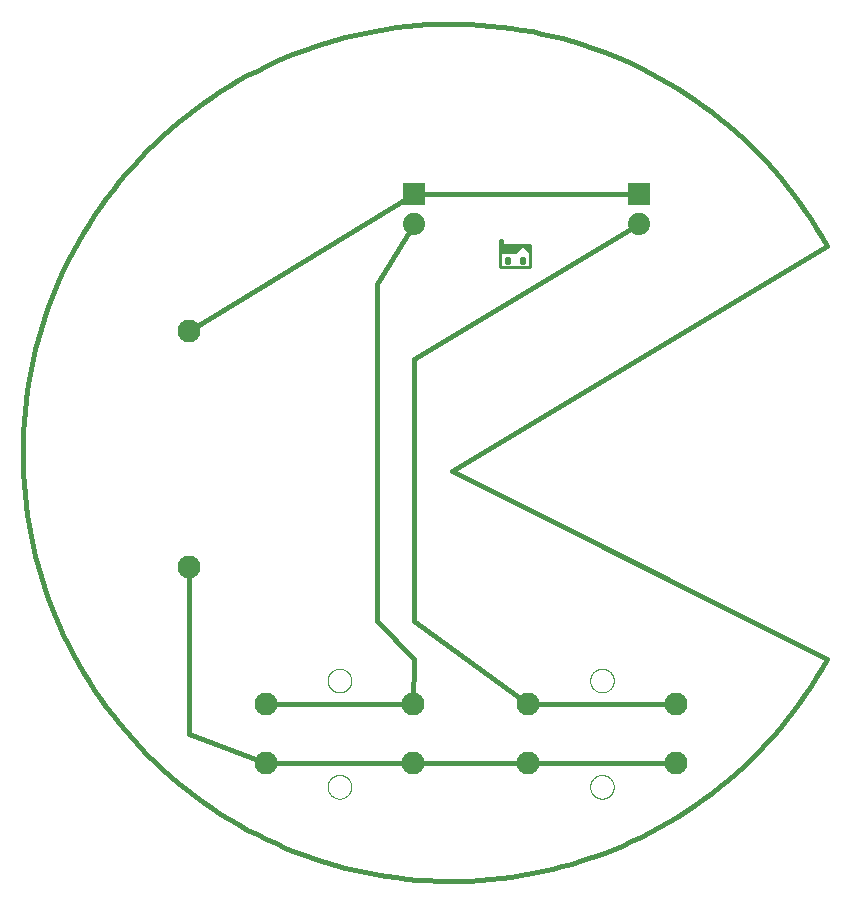
<source format=gbl>
G75*
%MOIN*%
%OFA0B0*%
%FSLAX25Y25*%
%IPPOS*%
%LPD*%
%AMOC8*
5,1,8,0,0,1.08239X$1,22.5*
%
%ADD10C,0.01600*%
%ADD11C,0.07677*%
%ADD12R,0.07400X0.07400*%
%ADD13C,0.07400*%
%ADD14C,0.00000*%
%ADD15C,0.01000*%
D10*
X0057942Y0050919D02*
X0057942Y0106333D01*
X0083336Y0060762D02*
X0132548Y0060762D01*
X0132942Y0075919D01*
X0120442Y0088419D01*
X0120442Y0200919D01*
X0132942Y0220919D01*
X0132942Y0230919D02*
X0207942Y0230919D01*
X0207942Y0220919D02*
X0132942Y0175919D01*
X0132942Y0088419D01*
X0170639Y0060860D01*
X0170836Y0060762D01*
X0220048Y0060762D01*
X0220048Y0060860D01*
X0220048Y0041077D02*
X0170836Y0041077D01*
X0132548Y0041077D01*
X0083336Y0041077D01*
X0057942Y0050919D01*
X0145442Y0138419D02*
X0270442Y0075919D01*
X0270442Y0213419D02*
X0145442Y0138419D01*
X0270442Y0075919D02*
X0268724Y0072879D01*
X0266933Y0069882D01*
X0265069Y0066929D01*
X0263133Y0064023D01*
X0261127Y0061165D01*
X0259052Y0058357D01*
X0256909Y0055601D01*
X0254699Y0052898D01*
X0252423Y0050249D01*
X0250084Y0047657D01*
X0247682Y0045123D01*
X0245219Y0042648D01*
X0242696Y0040234D01*
X0240114Y0037883D01*
X0237476Y0035596D01*
X0234783Y0033373D01*
X0232037Y0031217D01*
X0229238Y0029129D01*
X0226389Y0027110D01*
X0223492Y0025161D01*
X0220548Y0023283D01*
X0217559Y0021478D01*
X0214527Y0019747D01*
X0211454Y0018090D01*
X0208341Y0016509D01*
X0205190Y0015004D01*
X0202003Y0013577D01*
X0198783Y0012228D01*
X0195530Y0010958D01*
X0192247Y0009768D01*
X0188937Y0008659D01*
X0185600Y0007630D01*
X0182239Y0006684D01*
X0178856Y0005820D01*
X0175452Y0005039D01*
X0172031Y0004342D01*
X0168594Y0003728D01*
X0165142Y0003198D01*
X0161679Y0002753D01*
X0158206Y0002393D01*
X0154725Y0002118D01*
X0151239Y0001928D01*
X0147749Y0001823D01*
X0144257Y0001803D01*
X0140766Y0001869D01*
X0137278Y0002020D01*
X0133794Y0002256D01*
X0130317Y0002578D01*
X0126849Y0002984D01*
X0123392Y0003475D01*
X0119948Y0004050D01*
X0116519Y0004709D01*
X0113108Y0005452D01*
X0109715Y0006277D01*
X0106344Y0007186D01*
X0102995Y0008177D01*
X0099672Y0009249D01*
X0096377Y0010402D01*
X0093110Y0011635D01*
X0089874Y0012948D01*
X0086672Y0014339D01*
X0083504Y0015809D01*
X0080374Y0017355D01*
X0077282Y0018977D01*
X0074230Y0020675D01*
X0071222Y0022446D01*
X0068257Y0024291D01*
X0065338Y0026207D01*
X0062467Y0028194D01*
X0059645Y0030251D01*
X0056875Y0032376D01*
X0054157Y0034568D01*
X0051493Y0036826D01*
X0048886Y0039148D01*
X0046336Y0041533D01*
X0043845Y0043980D01*
X0041415Y0046487D01*
X0039046Y0049053D01*
X0036741Y0051675D01*
X0034501Y0054354D01*
X0032327Y0057086D01*
X0030220Y0059871D01*
X0028182Y0062706D01*
X0026214Y0065590D01*
X0024317Y0068522D01*
X0022493Y0071498D01*
X0020741Y0074519D01*
X0019064Y0077582D01*
X0017462Y0080684D01*
X0015937Y0083825D01*
X0014488Y0087002D01*
X0013118Y0090214D01*
X0011827Y0093458D01*
X0010615Y0096733D01*
X0009484Y0100036D01*
X0008434Y0103366D01*
X0007465Y0106721D01*
X0006579Y0110098D01*
X0005775Y0113496D01*
X0005055Y0116912D01*
X0004419Y0120346D01*
X0003866Y0123793D01*
X0003398Y0127254D01*
X0003015Y0130724D01*
X0002717Y0134203D01*
X0002504Y0137688D01*
X0002376Y0141178D01*
X0002333Y0144669D01*
X0002376Y0148160D01*
X0002504Y0151650D01*
X0002717Y0155135D01*
X0003015Y0158614D01*
X0003398Y0162084D01*
X0003866Y0165545D01*
X0004419Y0168992D01*
X0005055Y0172426D01*
X0005775Y0175842D01*
X0006579Y0179240D01*
X0007465Y0182617D01*
X0008434Y0185972D01*
X0009484Y0189302D01*
X0010615Y0192605D01*
X0011827Y0195880D01*
X0013118Y0199124D01*
X0014488Y0202336D01*
X0015937Y0205513D01*
X0017462Y0208654D01*
X0019064Y0211756D01*
X0020741Y0214819D01*
X0022493Y0217840D01*
X0024317Y0220816D01*
X0026214Y0223748D01*
X0028182Y0226632D01*
X0030220Y0229467D01*
X0032327Y0232252D01*
X0034501Y0234984D01*
X0036741Y0237663D01*
X0039046Y0240285D01*
X0041415Y0242851D01*
X0043845Y0245358D01*
X0046336Y0247805D01*
X0048886Y0250190D01*
X0051493Y0252512D01*
X0054157Y0254770D01*
X0056875Y0256962D01*
X0059645Y0259087D01*
X0062467Y0261144D01*
X0065338Y0263131D01*
X0068257Y0265047D01*
X0071222Y0266892D01*
X0074230Y0268663D01*
X0077282Y0270361D01*
X0080374Y0271983D01*
X0083504Y0273529D01*
X0086672Y0274999D01*
X0089874Y0276390D01*
X0093110Y0277703D01*
X0096377Y0278936D01*
X0099672Y0280089D01*
X0102995Y0281161D01*
X0106344Y0282152D01*
X0109715Y0283061D01*
X0113108Y0283886D01*
X0116519Y0284629D01*
X0119948Y0285288D01*
X0123392Y0285863D01*
X0126849Y0286354D01*
X0130317Y0286760D01*
X0133794Y0287082D01*
X0137278Y0287318D01*
X0140766Y0287469D01*
X0144257Y0287535D01*
X0147749Y0287515D01*
X0151239Y0287410D01*
X0154725Y0287220D01*
X0158206Y0286945D01*
X0161679Y0286585D01*
X0165142Y0286140D01*
X0168594Y0285610D01*
X0172031Y0284996D01*
X0175452Y0284299D01*
X0178856Y0283518D01*
X0182239Y0282654D01*
X0185600Y0281708D01*
X0188937Y0280679D01*
X0192247Y0279570D01*
X0195530Y0278380D01*
X0198783Y0277110D01*
X0202003Y0275761D01*
X0205190Y0274334D01*
X0208341Y0272829D01*
X0211454Y0271248D01*
X0214527Y0269591D01*
X0217559Y0267860D01*
X0220548Y0266055D01*
X0223492Y0264177D01*
X0226389Y0262228D01*
X0229238Y0260209D01*
X0232037Y0258121D01*
X0234783Y0255965D01*
X0237476Y0253742D01*
X0240114Y0251455D01*
X0242696Y0249104D01*
X0245219Y0246690D01*
X0247682Y0244215D01*
X0250084Y0241681D01*
X0252423Y0239089D01*
X0254699Y0236440D01*
X0256909Y0233737D01*
X0259052Y0230981D01*
X0261127Y0228173D01*
X0263133Y0225315D01*
X0265069Y0222409D01*
X0266933Y0219456D01*
X0268724Y0216459D01*
X0270442Y0213419D01*
X0132942Y0230919D02*
X0057942Y0185073D01*
D11*
X0057942Y0185073D03*
X0057942Y0106333D03*
X0083336Y0060762D03*
X0083336Y0041077D03*
X0132548Y0041077D03*
X0132548Y0060762D03*
X0170836Y0060762D03*
X0170836Y0041077D03*
X0220048Y0041077D03*
X0220048Y0060762D03*
D12*
X0207942Y0230919D03*
X0132942Y0230919D03*
D13*
X0132942Y0220919D03*
X0207942Y0220919D03*
D14*
X0191505Y0068636D02*
X0191507Y0068761D01*
X0191513Y0068886D01*
X0191523Y0069010D01*
X0191537Y0069134D01*
X0191554Y0069258D01*
X0191576Y0069381D01*
X0191602Y0069503D01*
X0191631Y0069625D01*
X0191664Y0069745D01*
X0191702Y0069864D01*
X0191742Y0069983D01*
X0191787Y0070099D01*
X0191835Y0070214D01*
X0191887Y0070328D01*
X0191943Y0070440D01*
X0192002Y0070550D01*
X0192064Y0070658D01*
X0192130Y0070765D01*
X0192199Y0070869D01*
X0192272Y0070970D01*
X0192347Y0071070D01*
X0192426Y0071167D01*
X0192508Y0071261D01*
X0192593Y0071353D01*
X0192680Y0071442D01*
X0192771Y0071528D01*
X0192864Y0071611D01*
X0192960Y0071692D01*
X0193058Y0071769D01*
X0193158Y0071843D01*
X0193261Y0071914D01*
X0193366Y0071981D01*
X0193474Y0072046D01*
X0193583Y0072106D01*
X0193694Y0072164D01*
X0193807Y0072217D01*
X0193921Y0072267D01*
X0194037Y0072314D01*
X0194154Y0072356D01*
X0194273Y0072395D01*
X0194393Y0072431D01*
X0194514Y0072462D01*
X0194636Y0072490D01*
X0194758Y0072513D01*
X0194882Y0072533D01*
X0195006Y0072549D01*
X0195130Y0072561D01*
X0195255Y0072569D01*
X0195380Y0072573D01*
X0195504Y0072573D01*
X0195629Y0072569D01*
X0195754Y0072561D01*
X0195878Y0072549D01*
X0196002Y0072533D01*
X0196126Y0072513D01*
X0196248Y0072490D01*
X0196370Y0072462D01*
X0196491Y0072431D01*
X0196611Y0072395D01*
X0196730Y0072356D01*
X0196847Y0072314D01*
X0196963Y0072267D01*
X0197077Y0072217D01*
X0197190Y0072164D01*
X0197301Y0072106D01*
X0197411Y0072046D01*
X0197518Y0071981D01*
X0197623Y0071914D01*
X0197726Y0071843D01*
X0197826Y0071769D01*
X0197924Y0071692D01*
X0198020Y0071611D01*
X0198113Y0071528D01*
X0198204Y0071442D01*
X0198291Y0071353D01*
X0198376Y0071261D01*
X0198458Y0071167D01*
X0198537Y0071070D01*
X0198612Y0070970D01*
X0198685Y0070869D01*
X0198754Y0070765D01*
X0198820Y0070658D01*
X0198882Y0070550D01*
X0198941Y0070440D01*
X0198997Y0070328D01*
X0199049Y0070214D01*
X0199097Y0070099D01*
X0199142Y0069983D01*
X0199182Y0069864D01*
X0199220Y0069745D01*
X0199253Y0069625D01*
X0199282Y0069503D01*
X0199308Y0069381D01*
X0199330Y0069258D01*
X0199347Y0069134D01*
X0199361Y0069010D01*
X0199371Y0068886D01*
X0199377Y0068761D01*
X0199379Y0068636D01*
X0199377Y0068511D01*
X0199371Y0068386D01*
X0199361Y0068262D01*
X0199347Y0068138D01*
X0199330Y0068014D01*
X0199308Y0067891D01*
X0199282Y0067769D01*
X0199253Y0067647D01*
X0199220Y0067527D01*
X0199182Y0067408D01*
X0199142Y0067289D01*
X0199097Y0067173D01*
X0199049Y0067058D01*
X0198997Y0066944D01*
X0198941Y0066832D01*
X0198882Y0066722D01*
X0198820Y0066614D01*
X0198754Y0066507D01*
X0198685Y0066403D01*
X0198612Y0066302D01*
X0198537Y0066202D01*
X0198458Y0066105D01*
X0198376Y0066011D01*
X0198291Y0065919D01*
X0198204Y0065830D01*
X0198113Y0065744D01*
X0198020Y0065661D01*
X0197924Y0065580D01*
X0197826Y0065503D01*
X0197726Y0065429D01*
X0197623Y0065358D01*
X0197518Y0065291D01*
X0197410Y0065226D01*
X0197301Y0065166D01*
X0197190Y0065108D01*
X0197077Y0065055D01*
X0196963Y0065005D01*
X0196847Y0064958D01*
X0196730Y0064916D01*
X0196611Y0064877D01*
X0196491Y0064841D01*
X0196370Y0064810D01*
X0196248Y0064782D01*
X0196126Y0064759D01*
X0196002Y0064739D01*
X0195878Y0064723D01*
X0195754Y0064711D01*
X0195629Y0064703D01*
X0195504Y0064699D01*
X0195380Y0064699D01*
X0195255Y0064703D01*
X0195130Y0064711D01*
X0195006Y0064723D01*
X0194882Y0064739D01*
X0194758Y0064759D01*
X0194636Y0064782D01*
X0194514Y0064810D01*
X0194393Y0064841D01*
X0194273Y0064877D01*
X0194154Y0064916D01*
X0194037Y0064958D01*
X0193921Y0065005D01*
X0193807Y0065055D01*
X0193694Y0065108D01*
X0193583Y0065166D01*
X0193473Y0065226D01*
X0193366Y0065291D01*
X0193261Y0065358D01*
X0193158Y0065429D01*
X0193058Y0065503D01*
X0192960Y0065580D01*
X0192864Y0065661D01*
X0192771Y0065744D01*
X0192680Y0065830D01*
X0192593Y0065919D01*
X0192508Y0066011D01*
X0192426Y0066105D01*
X0192347Y0066202D01*
X0192272Y0066302D01*
X0192199Y0066403D01*
X0192130Y0066507D01*
X0192064Y0066614D01*
X0192002Y0066722D01*
X0191943Y0066832D01*
X0191887Y0066944D01*
X0191835Y0067058D01*
X0191787Y0067173D01*
X0191742Y0067289D01*
X0191702Y0067408D01*
X0191664Y0067527D01*
X0191631Y0067647D01*
X0191602Y0067769D01*
X0191576Y0067891D01*
X0191554Y0068014D01*
X0191537Y0068138D01*
X0191523Y0068262D01*
X0191513Y0068386D01*
X0191507Y0068511D01*
X0191505Y0068636D01*
X0191505Y0033203D02*
X0191507Y0033328D01*
X0191513Y0033453D01*
X0191523Y0033577D01*
X0191537Y0033701D01*
X0191554Y0033825D01*
X0191576Y0033948D01*
X0191602Y0034070D01*
X0191631Y0034192D01*
X0191664Y0034312D01*
X0191702Y0034431D01*
X0191742Y0034550D01*
X0191787Y0034666D01*
X0191835Y0034781D01*
X0191887Y0034895D01*
X0191943Y0035007D01*
X0192002Y0035117D01*
X0192064Y0035225D01*
X0192130Y0035332D01*
X0192199Y0035436D01*
X0192272Y0035537D01*
X0192347Y0035637D01*
X0192426Y0035734D01*
X0192508Y0035828D01*
X0192593Y0035920D01*
X0192680Y0036009D01*
X0192771Y0036095D01*
X0192864Y0036178D01*
X0192960Y0036259D01*
X0193058Y0036336D01*
X0193158Y0036410D01*
X0193261Y0036481D01*
X0193366Y0036548D01*
X0193474Y0036613D01*
X0193583Y0036673D01*
X0193694Y0036731D01*
X0193807Y0036784D01*
X0193921Y0036834D01*
X0194037Y0036881D01*
X0194154Y0036923D01*
X0194273Y0036962D01*
X0194393Y0036998D01*
X0194514Y0037029D01*
X0194636Y0037057D01*
X0194758Y0037080D01*
X0194882Y0037100D01*
X0195006Y0037116D01*
X0195130Y0037128D01*
X0195255Y0037136D01*
X0195380Y0037140D01*
X0195504Y0037140D01*
X0195629Y0037136D01*
X0195754Y0037128D01*
X0195878Y0037116D01*
X0196002Y0037100D01*
X0196126Y0037080D01*
X0196248Y0037057D01*
X0196370Y0037029D01*
X0196491Y0036998D01*
X0196611Y0036962D01*
X0196730Y0036923D01*
X0196847Y0036881D01*
X0196963Y0036834D01*
X0197077Y0036784D01*
X0197190Y0036731D01*
X0197301Y0036673D01*
X0197411Y0036613D01*
X0197518Y0036548D01*
X0197623Y0036481D01*
X0197726Y0036410D01*
X0197826Y0036336D01*
X0197924Y0036259D01*
X0198020Y0036178D01*
X0198113Y0036095D01*
X0198204Y0036009D01*
X0198291Y0035920D01*
X0198376Y0035828D01*
X0198458Y0035734D01*
X0198537Y0035637D01*
X0198612Y0035537D01*
X0198685Y0035436D01*
X0198754Y0035332D01*
X0198820Y0035225D01*
X0198882Y0035117D01*
X0198941Y0035007D01*
X0198997Y0034895D01*
X0199049Y0034781D01*
X0199097Y0034666D01*
X0199142Y0034550D01*
X0199182Y0034431D01*
X0199220Y0034312D01*
X0199253Y0034192D01*
X0199282Y0034070D01*
X0199308Y0033948D01*
X0199330Y0033825D01*
X0199347Y0033701D01*
X0199361Y0033577D01*
X0199371Y0033453D01*
X0199377Y0033328D01*
X0199379Y0033203D01*
X0199377Y0033078D01*
X0199371Y0032953D01*
X0199361Y0032829D01*
X0199347Y0032705D01*
X0199330Y0032581D01*
X0199308Y0032458D01*
X0199282Y0032336D01*
X0199253Y0032214D01*
X0199220Y0032094D01*
X0199182Y0031975D01*
X0199142Y0031856D01*
X0199097Y0031740D01*
X0199049Y0031625D01*
X0198997Y0031511D01*
X0198941Y0031399D01*
X0198882Y0031289D01*
X0198820Y0031181D01*
X0198754Y0031074D01*
X0198685Y0030970D01*
X0198612Y0030869D01*
X0198537Y0030769D01*
X0198458Y0030672D01*
X0198376Y0030578D01*
X0198291Y0030486D01*
X0198204Y0030397D01*
X0198113Y0030311D01*
X0198020Y0030228D01*
X0197924Y0030147D01*
X0197826Y0030070D01*
X0197726Y0029996D01*
X0197623Y0029925D01*
X0197518Y0029858D01*
X0197410Y0029793D01*
X0197301Y0029733D01*
X0197190Y0029675D01*
X0197077Y0029622D01*
X0196963Y0029572D01*
X0196847Y0029525D01*
X0196730Y0029483D01*
X0196611Y0029444D01*
X0196491Y0029408D01*
X0196370Y0029377D01*
X0196248Y0029349D01*
X0196126Y0029326D01*
X0196002Y0029306D01*
X0195878Y0029290D01*
X0195754Y0029278D01*
X0195629Y0029270D01*
X0195504Y0029266D01*
X0195380Y0029266D01*
X0195255Y0029270D01*
X0195130Y0029278D01*
X0195006Y0029290D01*
X0194882Y0029306D01*
X0194758Y0029326D01*
X0194636Y0029349D01*
X0194514Y0029377D01*
X0194393Y0029408D01*
X0194273Y0029444D01*
X0194154Y0029483D01*
X0194037Y0029525D01*
X0193921Y0029572D01*
X0193807Y0029622D01*
X0193694Y0029675D01*
X0193583Y0029733D01*
X0193473Y0029793D01*
X0193366Y0029858D01*
X0193261Y0029925D01*
X0193158Y0029996D01*
X0193058Y0030070D01*
X0192960Y0030147D01*
X0192864Y0030228D01*
X0192771Y0030311D01*
X0192680Y0030397D01*
X0192593Y0030486D01*
X0192508Y0030578D01*
X0192426Y0030672D01*
X0192347Y0030769D01*
X0192272Y0030869D01*
X0192199Y0030970D01*
X0192130Y0031074D01*
X0192064Y0031181D01*
X0192002Y0031289D01*
X0191943Y0031399D01*
X0191887Y0031511D01*
X0191835Y0031625D01*
X0191787Y0031740D01*
X0191742Y0031856D01*
X0191702Y0031975D01*
X0191664Y0032094D01*
X0191631Y0032214D01*
X0191602Y0032336D01*
X0191576Y0032458D01*
X0191554Y0032581D01*
X0191537Y0032705D01*
X0191523Y0032829D01*
X0191513Y0032953D01*
X0191507Y0033078D01*
X0191505Y0033203D01*
X0104005Y0033203D02*
X0104007Y0033328D01*
X0104013Y0033453D01*
X0104023Y0033577D01*
X0104037Y0033701D01*
X0104054Y0033825D01*
X0104076Y0033948D01*
X0104102Y0034070D01*
X0104131Y0034192D01*
X0104164Y0034312D01*
X0104202Y0034431D01*
X0104242Y0034550D01*
X0104287Y0034666D01*
X0104335Y0034781D01*
X0104387Y0034895D01*
X0104443Y0035007D01*
X0104502Y0035117D01*
X0104564Y0035225D01*
X0104630Y0035332D01*
X0104699Y0035436D01*
X0104772Y0035537D01*
X0104847Y0035637D01*
X0104926Y0035734D01*
X0105008Y0035828D01*
X0105093Y0035920D01*
X0105180Y0036009D01*
X0105271Y0036095D01*
X0105364Y0036178D01*
X0105460Y0036259D01*
X0105558Y0036336D01*
X0105658Y0036410D01*
X0105761Y0036481D01*
X0105866Y0036548D01*
X0105974Y0036613D01*
X0106083Y0036673D01*
X0106194Y0036731D01*
X0106307Y0036784D01*
X0106421Y0036834D01*
X0106537Y0036881D01*
X0106654Y0036923D01*
X0106773Y0036962D01*
X0106893Y0036998D01*
X0107014Y0037029D01*
X0107136Y0037057D01*
X0107258Y0037080D01*
X0107382Y0037100D01*
X0107506Y0037116D01*
X0107630Y0037128D01*
X0107755Y0037136D01*
X0107880Y0037140D01*
X0108004Y0037140D01*
X0108129Y0037136D01*
X0108254Y0037128D01*
X0108378Y0037116D01*
X0108502Y0037100D01*
X0108626Y0037080D01*
X0108748Y0037057D01*
X0108870Y0037029D01*
X0108991Y0036998D01*
X0109111Y0036962D01*
X0109230Y0036923D01*
X0109347Y0036881D01*
X0109463Y0036834D01*
X0109577Y0036784D01*
X0109690Y0036731D01*
X0109801Y0036673D01*
X0109911Y0036613D01*
X0110018Y0036548D01*
X0110123Y0036481D01*
X0110226Y0036410D01*
X0110326Y0036336D01*
X0110424Y0036259D01*
X0110520Y0036178D01*
X0110613Y0036095D01*
X0110704Y0036009D01*
X0110791Y0035920D01*
X0110876Y0035828D01*
X0110958Y0035734D01*
X0111037Y0035637D01*
X0111112Y0035537D01*
X0111185Y0035436D01*
X0111254Y0035332D01*
X0111320Y0035225D01*
X0111382Y0035117D01*
X0111441Y0035007D01*
X0111497Y0034895D01*
X0111549Y0034781D01*
X0111597Y0034666D01*
X0111642Y0034550D01*
X0111682Y0034431D01*
X0111720Y0034312D01*
X0111753Y0034192D01*
X0111782Y0034070D01*
X0111808Y0033948D01*
X0111830Y0033825D01*
X0111847Y0033701D01*
X0111861Y0033577D01*
X0111871Y0033453D01*
X0111877Y0033328D01*
X0111879Y0033203D01*
X0111877Y0033078D01*
X0111871Y0032953D01*
X0111861Y0032829D01*
X0111847Y0032705D01*
X0111830Y0032581D01*
X0111808Y0032458D01*
X0111782Y0032336D01*
X0111753Y0032214D01*
X0111720Y0032094D01*
X0111682Y0031975D01*
X0111642Y0031856D01*
X0111597Y0031740D01*
X0111549Y0031625D01*
X0111497Y0031511D01*
X0111441Y0031399D01*
X0111382Y0031289D01*
X0111320Y0031181D01*
X0111254Y0031074D01*
X0111185Y0030970D01*
X0111112Y0030869D01*
X0111037Y0030769D01*
X0110958Y0030672D01*
X0110876Y0030578D01*
X0110791Y0030486D01*
X0110704Y0030397D01*
X0110613Y0030311D01*
X0110520Y0030228D01*
X0110424Y0030147D01*
X0110326Y0030070D01*
X0110226Y0029996D01*
X0110123Y0029925D01*
X0110018Y0029858D01*
X0109910Y0029793D01*
X0109801Y0029733D01*
X0109690Y0029675D01*
X0109577Y0029622D01*
X0109463Y0029572D01*
X0109347Y0029525D01*
X0109230Y0029483D01*
X0109111Y0029444D01*
X0108991Y0029408D01*
X0108870Y0029377D01*
X0108748Y0029349D01*
X0108626Y0029326D01*
X0108502Y0029306D01*
X0108378Y0029290D01*
X0108254Y0029278D01*
X0108129Y0029270D01*
X0108004Y0029266D01*
X0107880Y0029266D01*
X0107755Y0029270D01*
X0107630Y0029278D01*
X0107506Y0029290D01*
X0107382Y0029306D01*
X0107258Y0029326D01*
X0107136Y0029349D01*
X0107014Y0029377D01*
X0106893Y0029408D01*
X0106773Y0029444D01*
X0106654Y0029483D01*
X0106537Y0029525D01*
X0106421Y0029572D01*
X0106307Y0029622D01*
X0106194Y0029675D01*
X0106083Y0029733D01*
X0105973Y0029793D01*
X0105866Y0029858D01*
X0105761Y0029925D01*
X0105658Y0029996D01*
X0105558Y0030070D01*
X0105460Y0030147D01*
X0105364Y0030228D01*
X0105271Y0030311D01*
X0105180Y0030397D01*
X0105093Y0030486D01*
X0105008Y0030578D01*
X0104926Y0030672D01*
X0104847Y0030769D01*
X0104772Y0030869D01*
X0104699Y0030970D01*
X0104630Y0031074D01*
X0104564Y0031181D01*
X0104502Y0031289D01*
X0104443Y0031399D01*
X0104387Y0031511D01*
X0104335Y0031625D01*
X0104287Y0031740D01*
X0104242Y0031856D01*
X0104202Y0031975D01*
X0104164Y0032094D01*
X0104131Y0032214D01*
X0104102Y0032336D01*
X0104076Y0032458D01*
X0104054Y0032581D01*
X0104037Y0032705D01*
X0104023Y0032829D01*
X0104013Y0032953D01*
X0104007Y0033078D01*
X0104005Y0033203D01*
X0104005Y0068636D02*
X0104007Y0068761D01*
X0104013Y0068886D01*
X0104023Y0069010D01*
X0104037Y0069134D01*
X0104054Y0069258D01*
X0104076Y0069381D01*
X0104102Y0069503D01*
X0104131Y0069625D01*
X0104164Y0069745D01*
X0104202Y0069864D01*
X0104242Y0069983D01*
X0104287Y0070099D01*
X0104335Y0070214D01*
X0104387Y0070328D01*
X0104443Y0070440D01*
X0104502Y0070550D01*
X0104564Y0070658D01*
X0104630Y0070765D01*
X0104699Y0070869D01*
X0104772Y0070970D01*
X0104847Y0071070D01*
X0104926Y0071167D01*
X0105008Y0071261D01*
X0105093Y0071353D01*
X0105180Y0071442D01*
X0105271Y0071528D01*
X0105364Y0071611D01*
X0105460Y0071692D01*
X0105558Y0071769D01*
X0105658Y0071843D01*
X0105761Y0071914D01*
X0105866Y0071981D01*
X0105974Y0072046D01*
X0106083Y0072106D01*
X0106194Y0072164D01*
X0106307Y0072217D01*
X0106421Y0072267D01*
X0106537Y0072314D01*
X0106654Y0072356D01*
X0106773Y0072395D01*
X0106893Y0072431D01*
X0107014Y0072462D01*
X0107136Y0072490D01*
X0107258Y0072513D01*
X0107382Y0072533D01*
X0107506Y0072549D01*
X0107630Y0072561D01*
X0107755Y0072569D01*
X0107880Y0072573D01*
X0108004Y0072573D01*
X0108129Y0072569D01*
X0108254Y0072561D01*
X0108378Y0072549D01*
X0108502Y0072533D01*
X0108626Y0072513D01*
X0108748Y0072490D01*
X0108870Y0072462D01*
X0108991Y0072431D01*
X0109111Y0072395D01*
X0109230Y0072356D01*
X0109347Y0072314D01*
X0109463Y0072267D01*
X0109577Y0072217D01*
X0109690Y0072164D01*
X0109801Y0072106D01*
X0109911Y0072046D01*
X0110018Y0071981D01*
X0110123Y0071914D01*
X0110226Y0071843D01*
X0110326Y0071769D01*
X0110424Y0071692D01*
X0110520Y0071611D01*
X0110613Y0071528D01*
X0110704Y0071442D01*
X0110791Y0071353D01*
X0110876Y0071261D01*
X0110958Y0071167D01*
X0111037Y0071070D01*
X0111112Y0070970D01*
X0111185Y0070869D01*
X0111254Y0070765D01*
X0111320Y0070658D01*
X0111382Y0070550D01*
X0111441Y0070440D01*
X0111497Y0070328D01*
X0111549Y0070214D01*
X0111597Y0070099D01*
X0111642Y0069983D01*
X0111682Y0069864D01*
X0111720Y0069745D01*
X0111753Y0069625D01*
X0111782Y0069503D01*
X0111808Y0069381D01*
X0111830Y0069258D01*
X0111847Y0069134D01*
X0111861Y0069010D01*
X0111871Y0068886D01*
X0111877Y0068761D01*
X0111879Y0068636D01*
X0111877Y0068511D01*
X0111871Y0068386D01*
X0111861Y0068262D01*
X0111847Y0068138D01*
X0111830Y0068014D01*
X0111808Y0067891D01*
X0111782Y0067769D01*
X0111753Y0067647D01*
X0111720Y0067527D01*
X0111682Y0067408D01*
X0111642Y0067289D01*
X0111597Y0067173D01*
X0111549Y0067058D01*
X0111497Y0066944D01*
X0111441Y0066832D01*
X0111382Y0066722D01*
X0111320Y0066614D01*
X0111254Y0066507D01*
X0111185Y0066403D01*
X0111112Y0066302D01*
X0111037Y0066202D01*
X0110958Y0066105D01*
X0110876Y0066011D01*
X0110791Y0065919D01*
X0110704Y0065830D01*
X0110613Y0065744D01*
X0110520Y0065661D01*
X0110424Y0065580D01*
X0110326Y0065503D01*
X0110226Y0065429D01*
X0110123Y0065358D01*
X0110018Y0065291D01*
X0109910Y0065226D01*
X0109801Y0065166D01*
X0109690Y0065108D01*
X0109577Y0065055D01*
X0109463Y0065005D01*
X0109347Y0064958D01*
X0109230Y0064916D01*
X0109111Y0064877D01*
X0108991Y0064841D01*
X0108870Y0064810D01*
X0108748Y0064782D01*
X0108626Y0064759D01*
X0108502Y0064739D01*
X0108378Y0064723D01*
X0108254Y0064711D01*
X0108129Y0064703D01*
X0108004Y0064699D01*
X0107880Y0064699D01*
X0107755Y0064703D01*
X0107630Y0064711D01*
X0107506Y0064723D01*
X0107382Y0064739D01*
X0107258Y0064759D01*
X0107136Y0064782D01*
X0107014Y0064810D01*
X0106893Y0064841D01*
X0106773Y0064877D01*
X0106654Y0064916D01*
X0106537Y0064958D01*
X0106421Y0065005D01*
X0106307Y0065055D01*
X0106194Y0065108D01*
X0106083Y0065166D01*
X0105973Y0065226D01*
X0105866Y0065291D01*
X0105761Y0065358D01*
X0105658Y0065429D01*
X0105558Y0065503D01*
X0105460Y0065580D01*
X0105364Y0065661D01*
X0105271Y0065744D01*
X0105180Y0065830D01*
X0105093Y0065919D01*
X0105008Y0066011D01*
X0104926Y0066105D01*
X0104847Y0066202D01*
X0104772Y0066302D01*
X0104699Y0066403D01*
X0104630Y0066507D01*
X0104564Y0066614D01*
X0104502Y0066722D01*
X0104443Y0066832D01*
X0104387Y0066944D01*
X0104335Y0067058D01*
X0104287Y0067173D01*
X0104242Y0067289D01*
X0104202Y0067408D01*
X0104164Y0067527D01*
X0104131Y0067647D01*
X0104102Y0067769D01*
X0104076Y0067891D01*
X0104054Y0068014D01*
X0104037Y0068138D01*
X0104023Y0068262D01*
X0104013Y0068386D01*
X0104007Y0068511D01*
X0104005Y0068636D01*
D15*
X0161505Y0206431D02*
X0161505Y0211431D01*
X0166505Y0211431D01*
X0169005Y0213931D01*
X0171505Y0211431D01*
X0171505Y0206431D01*
X0161505Y0206431D01*
X0163505Y0207931D02*
X0163505Y0209431D01*
X0164505Y0209431D01*
X0164505Y0207931D01*
X0163505Y0207931D01*
X0168505Y0207931D02*
X0168505Y0209431D01*
X0169505Y0209431D01*
X0169505Y0207931D01*
X0168505Y0207931D01*
X0171505Y0211431D02*
X0171505Y0213931D01*
X0169005Y0213931D01*
X0161505Y0213931D01*
X0161505Y0215431D01*
X0162005Y0215431D01*
X0162005Y0214431D01*
X0161505Y0213931D02*
X0161505Y0211431D01*
X0162005Y0212431D02*
X0162005Y0213431D01*
X0166505Y0213431D01*
X0166505Y0212431D02*
X0162005Y0212431D01*
X0166505Y0212431D02*
X0167505Y0213431D01*
X0170505Y0213431D02*
X0171005Y0212931D01*
X0171005Y0213431D02*
X0170505Y0213431D01*
M02*

</source>
